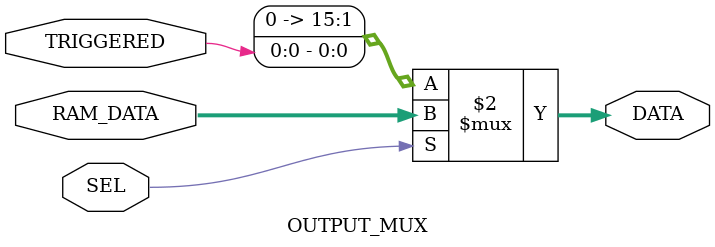
<source format=v>
`timescale 1ns / 1ps

module OUTPUT_MUX(input SEL, input TRIGGERED, input [15:0] RAM_DATA, output [15:0] DATA);

assign DATA=SEL?RAM_DATA:TRIGGERED;

endmodule

</source>
